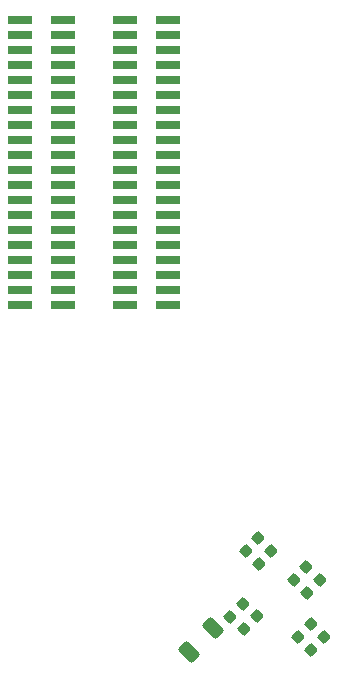
<source format=gbp>
G04 #@! TF.GenerationSoftware,KiCad,Pcbnew,7.0.9-7.0.9~ubuntu22.04.1*
G04 #@! TF.CreationDate,2023-12-05T21:20:48+02:00*
G04 #@! TF.ProjectId,iCE40HX-expansion,69434534-3048-4582-9d65-7870616e7369,rev?*
G04 #@! TF.SameCoordinates,Original*
G04 #@! TF.FileFunction,Paste,Bot*
G04 #@! TF.FilePolarity,Positive*
%FSLAX46Y46*%
G04 Gerber Fmt 4.6, Leading zero omitted, Abs format (unit mm)*
G04 Created by KiCad (PCBNEW 7.0.9-7.0.9~ubuntu22.04.1) date 2023-12-05 21:20:48*
%MOMM*%
%LPD*%
G01*
G04 APERTURE LIST*
G04 Aperture macros list*
%AMRoundRect*
0 Rectangle with rounded corners*
0 $1 Rounding radius*
0 $2 $3 $4 $5 $6 $7 $8 $9 X,Y pos of 4 corners*
0 Add a 4 corners polygon primitive as box body*
4,1,4,$2,$3,$4,$5,$6,$7,$8,$9,$2,$3,0*
0 Add four circle primitives for the rounded corners*
1,1,$1+$1,$2,$3*
1,1,$1+$1,$4,$5*
1,1,$1+$1,$6,$7*
1,1,$1+$1,$8,$9*
0 Add four rect primitives between the rounded corners*
20,1,$1+$1,$2,$3,$4,$5,0*
20,1,$1+$1,$4,$5,$6,$7,0*
20,1,$1+$1,$6,$7,$8,$9,0*
20,1,$1+$1,$8,$9,$2,$3,0*%
G04 Aperture macros list end*
%ADD10RoundRect,0.250000X0.220971X-0.662913X0.662913X-0.220971X-0.220971X0.662913X-0.662913X0.220971X0*%
%ADD11RoundRect,0.225000X0.017678X-0.335876X0.335876X-0.017678X-0.017678X0.335876X-0.335876X0.017678X0*%
%ADD12RoundRect,0.225000X-0.335876X-0.017678X-0.017678X-0.335876X0.335876X0.017678X0.017678X0.335876X0*%
%ADD13R,2.100000X0.750000*%
G04 APERTURE END LIST*
D10*
X122936000Y-119075200D03*
X125004288Y-117006912D03*
D11*
X127594992Y-117134008D03*
X128691008Y-116037992D03*
X126451992Y-116118008D03*
X127548008Y-115021992D03*
D12*
X128839592Y-109433992D03*
X129935608Y-110530008D03*
D13*
X117583400Y-65557400D03*
X121183400Y-65557400D03*
X117583400Y-66827400D03*
X121183400Y-66827400D03*
X117583400Y-68097400D03*
X121183400Y-68097400D03*
X117583400Y-69367400D03*
X121183400Y-69367400D03*
X117583400Y-70637400D03*
X121183400Y-70637400D03*
X117583400Y-71907400D03*
X121183400Y-71907400D03*
X117583400Y-73177400D03*
X121183400Y-73177400D03*
X117583400Y-74447400D03*
X121183400Y-74447400D03*
X117583400Y-75717400D03*
X121183400Y-75717400D03*
X117583400Y-76987400D03*
X121183400Y-76987400D03*
X117583400Y-78257400D03*
X121183400Y-78257400D03*
X117583400Y-79527400D03*
X121183400Y-79527400D03*
X117583400Y-80797400D03*
X121183400Y-80797400D03*
X117583400Y-82067400D03*
X121183400Y-82067400D03*
X117583400Y-83337400D03*
X121183400Y-83337400D03*
X117583400Y-84607400D03*
X121183400Y-84607400D03*
X117583400Y-85877400D03*
X121183400Y-85877400D03*
X117583400Y-87147400D03*
X121183400Y-87147400D03*
X117583400Y-88417400D03*
X121183400Y-88417400D03*
X117583400Y-89687400D03*
X121183400Y-89687400D03*
D11*
X132954391Y-114086007D03*
X134050407Y-112989991D03*
D12*
X127769491Y-110512808D03*
X128865507Y-111608824D03*
D13*
X108693400Y-65557400D03*
X112293400Y-65557400D03*
X108693400Y-66827400D03*
X112293400Y-66827400D03*
X108693400Y-68097400D03*
X112293400Y-68097400D03*
X108693400Y-69367400D03*
X112293400Y-69367400D03*
X108693400Y-70637400D03*
X112293400Y-70637400D03*
X108693400Y-71907400D03*
X112293400Y-71907400D03*
X108693400Y-73177400D03*
X112293400Y-73177400D03*
X108693400Y-74447400D03*
X112293400Y-74447400D03*
X108693400Y-75717400D03*
X112293400Y-75717400D03*
X108693400Y-76987400D03*
X112293400Y-76987400D03*
X108693400Y-78257400D03*
X112293400Y-78257400D03*
X108693400Y-79527400D03*
X112293400Y-79527400D03*
X108693400Y-80797400D03*
X112293400Y-80797400D03*
X108693400Y-82067400D03*
X112293400Y-82067400D03*
X108693400Y-83337400D03*
X112293400Y-83337400D03*
X108693400Y-84607400D03*
X112293400Y-84607400D03*
X108693400Y-85877400D03*
X112293400Y-85877400D03*
X108693400Y-87147400D03*
X112293400Y-87147400D03*
X108693400Y-88417400D03*
X112293400Y-88417400D03*
X108693400Y-89687400D03*
X112293400Y-89687400D03*
D12*
X132166992Y-117815992D03*
X133263008Y-118912008D03*
D11*
X131811392Y-112943008D03*
X132907408Y-111846992D03*
D12*
X133309992Y-116672992D03*
X134406008Y-117769008D03*
M02*

</source>
